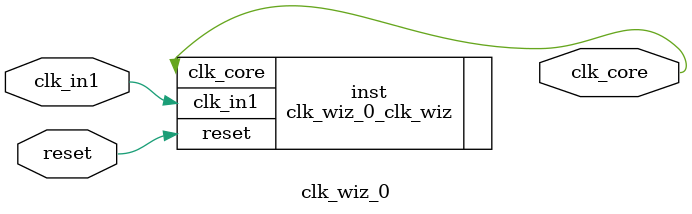
<source format=v>


`timescale 1ps/1ps

(* CORE_GENERATION_INFO = "clk_wiz_0,clk_wiz_v6_0_1_0_0,{component_name=clk_wiz_0,use_phase_alignment=true,use_min_o_jitter=false,use_max_i_jitter=false,use_dyn_phase_shift=false,use_inclk_switchover=false,use_dyn_reconfig=false,enable_axi=0,feedback_source=FDBK_AUTO,PRIMITIVE=PLL,num_out_clk=1,clkin1_period=10.000,clkin2_period=10.000,use_power_down=false,use_reset=true,use_locked=false,use_inclk_stopped=false,feedback_type=SINGLE,CLOCK_MGR_TYPE=NA,manual_override=false}" *)

module clk_wiz_0 
 (
  // Clock out ports
  output        clk_core,
  // Status and control signals
  input         reset,
 // Clock in ports
  input         clk_in1
 );

  clk_wiz_0_clk_wiz inst
  (
  // Clock out ports  
  .clk_core(clk_core),
  // Status and control signals               
  .reset(reset), 
 // Clock in ports
  .clk_in1(clk_in1)
  );

endmodule

</source>
